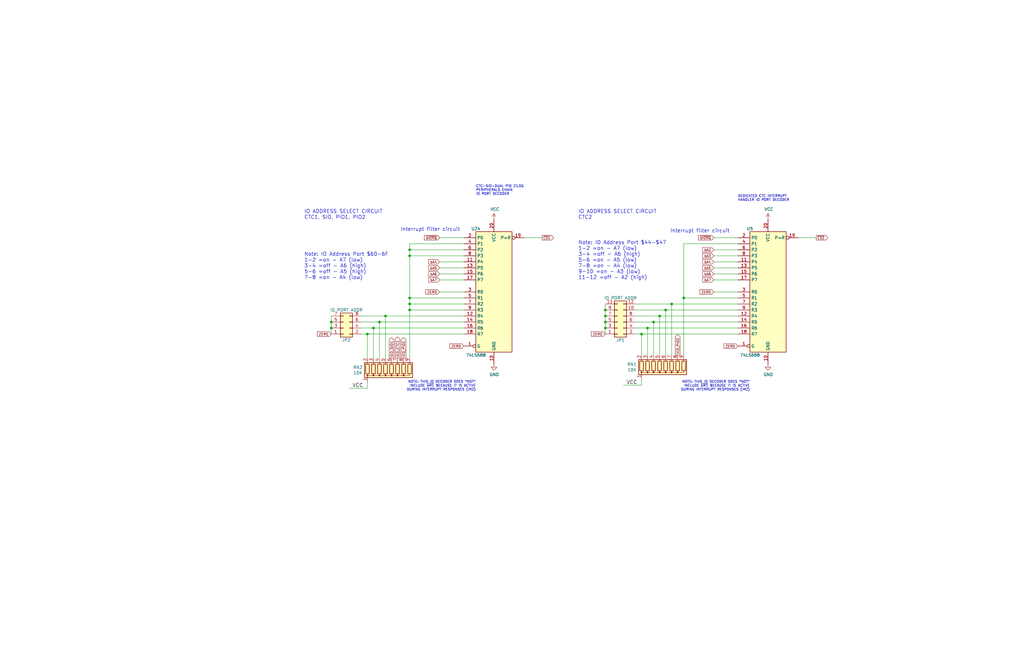
<source format=kicad_sch>
(kicad_sch (version 20211123) (generator eeschema)
  (paper "B")
  (lib_symbols
    (symbol "74xx:74LS688"
      (property "Reference" "U" (at -7.62 26.67 0))
      (property "Value" "74LS688" (at -7.62 -26.67 0))
      (symbol "74LS688_1_0"
        (pin input inverted (at -12.7 -22.86 0) (length 5.08) (name "G") (number "1"))
        (pin power_in line (at 0 -30.48 90) (length 5.08) (name "GND") (number "10"))
        (pin input line (at -12.7 12.7 0) (length 5.08) (name "P4") (number "11"))
        (pin input line (at -12.7 -10.16 0) (length 5.08) (name "R4") (number "12"))
        (pin input line (at -12.7 10.16 0) (length 5.08) (name "P5") (number "13"))
        (pin input line (at -12.7 -12.7 0) (length 5.08) (name "R5") (number "14"))
        (pin input line (at -12.7 7.62 0) (length 5.08) (name "P6") (number "15"))
        (pin input line (at -12.7 -15.24 0) (length 5.08) (name "R6") (number "16"))
        (pin input line (at -12.7 5.08 0) (length 5.08) (name "P7") (number "17"))
        (pin input line (at -12.7 -17.78 0) (length 5.08) (name "R7") (number "18"))
        (pin output inverted (at 12.7 22.86 180) (length 5.08) (name "P=R") (number "19"))
        (pin input line (at -12.7 22.86 0) (length 5.08) (name "P0") (number "2"))
        (pin power_in line (at 0 30.48 270) (length 5.08) (name "VCC") (number "20"))
        (pin input line (at -12.7 0 0) (length 5.08) (name "R0") (number "3"))
        (pin input line (at -12.7 20.32 0) (length 5.08) (name "P1") (number "4"))
        (pin input line (at -12.7 -2.54 0) (length 5.08) (name "R1") (number "5"))
        (pin input line (at -12.7 17.78 0) (length 5.08) (name "P2") (number "6"))
        (pin input line (at -12.7 -5.08 0) (length 5.08) (name "R2") (number "7"))
        (pin input line (at -12.7 15.24 0) (length 5.08) (name "P3") (number "8"))
        (pin input line (at -12.7 -7.62 0) (length 5.08) (name "R3") (number "9"))
      )
      (symbol "74LS688_1_1"
        (rectangle (start -7.62 25.4) (end 7.62 -25.4) (stroke (width 0.254)) (fill (type background)))
      )
    )
    (symbol "Connector_Generic:Conn_02x04_Odd_Even" (pin_names (offset 1.016) hide)
      (property "Reference" "J" (at 1.27 5.08 0))
      (property "Value" "Conn_02x04_Odd_Even" (at 1.27 -7.62 0))
      (symbol "Conn_02x04_Odd_Even_1_1"
        (rectangle (start -1.27 -4.953) (end 0 -5.207) (stroke (width 0.1524)))
        (rectangle (start -1.27 -2.413) (end 0 -2.667) (stroke (width 0.1524)))
        (rectangle (start -1.27 0.127) (end 0 -0.127) (stroke (width 0.1524)))
        (rectangle (start -1.27 2.667) (end 0 2.413) (stroke (width 0.1524)))
        (rectangle (start -1.27 3.81) (end 3.81 -6.35) (stroke (width 0.254)) (fill (type background)))
        (rectangle (start 3.81 -4.953) (end 2.54 -5.207) (stroke (width 0.1524)))
        (rectangle (start 3.81 -2.413) (end 2.54 -2.667) (stroke (width 0.1524)))
        (rectangle (start 3.81 0.127) (end 2.54 -0.127) (stroke (width 0.1524)))
        (rectangle (start 3.81 2.667) (end 2.54 2.413) (stroke (width 0.1524)))
        (pin passive line (at -5.08 2.54 0) (length 3.81) (name "Pin_1") (number "1"))
        (pin passive line (at 7.62 2.54 180) (length 3.81) (name "Pin_2") (number "2"))
        (pin passive line (at -5.08 0 0) (length 3.81) (name "Pin_3") (number "3"))
        (pin passive line (at 7.62 0 180) (length 3.81) (name "Pin_4") (number "4"))
        (pin passive line (at -5.08 -2.54 0) (length 3.81) (name "Pin_5") (number "5"))
        (pin passive line (at 7.62 -2.54 180) (length 3.81) (name "Pin_6") (number "6"))
        (pin passive line (at -5.08 -5.08 0) (length 3.81) (name "Pin_7") (number "7"))
        (pin passive line (at 7.62 -5.08 180) (length 3.81) (name "Pin_8") (number "8"))
      )
    )
    (symbol "Connector_Generic:Conn_02x06_Odd_Even" (pin_names (offset 1.016) hide)
      (property "Reference" "J" (at 1.27 7.62 0))
      (property "Value" "Conn_02x06_Odd_Even" (at 1.27 -10.16 0))
      (symbol "Conn_02x06_Odd_Even_1_1"
        (rectangle (start -1.27 -7.493) (end 0 -7.747) (stroke (width 0.1524)))
        (rectangle (start -1.27 -4.953) (end 0 -5.207) (stroke (width 0.1524)))
        (rectangle (start -1.27 -2.413) (end 0 -2.667) (stroke (width 0.1524)))
        (rectangle (start -1.27 0.127) (end 0 -0.127) (stroke (width 0.1524)))
        (rectangle (start -1.27 2.667) (end 0 2.413) (stroke (width 0.1524)))
        (rectangle (start -1.27 5.207) (end 0 4.953) (stroke (width 0.1524)))
        (rectangle (start -1.27 6.35) (end 3.81 -8.89) (stroke (width 0.254)) (fill (type background)))
        (rectangle (start 3.81 -7.493) (end 2.54 -7.747) (stroke (width 0.1524)))
        (rectangle (start 3.81 -4.953) (end 2.54 -5.207) (stroke (width 0.1524)))
        (rectangle (start 3.81 -2.413) (end 2.54 -2.667) (stroke (width 0.1524)))
        (rectangle (start 3.81 0.127) (end 2.54 -0.127) (stroke (width 0.1524)))
        (rectangle (start 3.81 2.667) (end 2.54 2.413) (stroke (width 0.1524)))
        (rectangle (start 3.81 5.207) (end 2.54 4.953) (stroke (width 0.1524)))
        (pin passive line (at -5.08 5.08 0) (length 3.81) (name "Pin_1") (number "1"))
        (pin passive line (at 7.62 -5.08 180) (length 3.81) (name "Pin_10") (number "10"))
        (pin passive line (at -5.08 -7.62 0) (length 3.81) (name "Pin_11") (number "11"))
        (pin passive line (at 7.62 -7.62 180) (length 3.81) (name "Pin_12") (number "12"))
        (pin passive line (at 7.62 5.08 180) (length 3.81) (name "Pin_2") (number "2"))
        (pin passive line (at -5.08 2.54 0) (length 3.81) (name "Pin_3") (number "3"))
        (pin passive line (at 7.62 2.54 180) (length 3.81) (name "Pin_4") (number "4"))
        (pin passive line (at -5.08 0 0) (length 3.81) (name "Pin_5") (number "5"))
        (pin passive line (at 7.62 0 180) (length 3.81) (name "Pin_6") (number "6"))
        (pin passive line (at -5.08 -2.54 0) (length 3.81) (name "Pin_7") (number "7"))
        (pin passive line (at 7.62 -2.54 180) (length 3.81) (name "Pin_8") (number "8"))
        (pin passive line (at -5.08 -5.08 0) (length 3.81) (name "Pin_9") (number "9"))
      )
    )
    (symbol "Device:R_Network08" (pin_names (offset 0) hide)
      (property "Reference" "RN" (at -12.7 0 90))
      (property "Value" "R_Network08" (at 10.16 0 90))
      (symbol "R_Network08_0_1"
        (rectangle (start -11.43 -3.175) (end 8.89 3.175) (stroke (width 0.254)) (fill (type background)))
        (rectangle (start -10.922 1.524) (end -9.398 -2.54) (stroke (width 0.254)))
        (circle (center -10.16 2.286) (radius 0.254) (fill (type outline)))
        (rectangle (start -8.382 1.524) (end -6.858 -2.54) (stroke (width 0.254)))
        (circle (center -7.62 2.286) (radius 0.254) (fill (type outline)))
        (rectangle (start -5.842 1.524) (end -4.318 -2.54) (stroke (width 0.254)))
        (circle (center -5.08 2.286) (radius 0.254) (fill (type outline)))
        (rectangle (start -3.302 1.524) (end -1.778 -2.54) (stroke (width 0.254)))
        (circle (center -2.54 2.286) (radius 0.254) (fill (type outline)))
        (rectangle (start -0.762 1.524) (end 0.762 -2.54) (stroke (width 0.254)))
        (polyline (pts (xy -10.16 -2.54) (xy -10.16 -3.81)))
        (polyline (pts (xy -7.62 -2.54) (xy -7.62 -3.81)))
        (polyline (pts (xy -5.08 -2.54) (xy -5.08 -3.81)))
        (polyline (pts (xy -2.54 -2.54) (xy -2.54 -3.81)))
        (polyline (pts (xy 0 -2.54) (xy 0 -3.81)))
        (polyline (pts (xy 2.54 -2.54) (xy 2.54 -3.81)))
        (polyline (pts (xy 5.08 -2.54) (xy 5.08 -3.81)))
        (polyline (pts (xy 7.62 -2.54) (xy 7.62 -3.81)))
        (polyline (pts (xy -10.16 1.524) (xy -10.16 2.286) (xy -7.62 2.286) (xy -7.62 1.524)))
        (polyline (pts (xy -7.62 1.524) (xy -7.62 2.286) (xy -5.08 2.286) (xy -5.08 1.524)))
        (polyline (pts (xy -5.08 1.524) (xy -5.08 2.286) (xy -2.54 2.286) (xy -2.54 1.524)))
        (polyline (pts (xy -2.54 1.524) (xy -2.54 2.286) (xy 0 2.286) (xy 0 1.524)))
        (polyline (pts (xy 0 1.524) (xy 0 2.286) (xy 2.54 2.286) (xy 2.54 1.524)))
        (polyline (pts (xy 2.54 1.524) (xy 2.54 2.286) (xy 5.08 2.286) (xy 5.08 1.524)))
        (polyline (pts (xy 5.08 1.524) (xy 5.08 2.286) (xy 7.62 2.286) (xy 7.62 1.524)))
        (circle (center 0 2.286) (radius 0.254) (fill (type outline)))
        (rectangle (start 1.778 1.524) (end 3.302 -2.54) (stroke (width 0.254)))
        (circle (center 2.54 2.286) (radius 0.254) (fill (type outline)))
        (rectangle (start 4.318 1.524) (end 5.842 -2.54) (stroke (width 0.254)))
        (circle (center 5.08 2.286) (radius 0.254) (fill (type outline)))
        (rectangle (start 6.858 1.524) (end 8.382 -2.54) (stroke (width 0.254)))
      )
      (symbol "R_Network08_1_1"
        (pin passive line (at -10.16 5.08 270) (length 2.54) (name "common") (number "1"))
        (pin passive line (at -10.16 -5.08 90) (length 1.27) (name "R1") (number "2"))
        (pin passive line (at -7.62 -5.08 90) (length 1.27) (name "R2") (number "3"))
        (pin passive line (at -5.08 -5.08 90) (length 1.27) (name "R3") (number "4"))
        (pin passive line (at -2.54 -5.08 90) (length 1.27) (name "R4") (number "5"))
        (pin passive line (at 0 -5.08 90) (length 1.27) (name "R5") (number "6"))
        (pin passive line (at 2.54 -5.08 90) (length 1.27) (name "R6") (number "7"))
        (pin passive line (at 5.08 -5.08 90) (length 1.27) (name "R7") (number "8"))
        (pin passive line (at 7.62 -5.08 90) (length 1.27) (name "R8") (number "9"))
      )
    )
    (symbol "power:GND" (power) (pin_names (offset 0))
      (property "Value" "GND" (at 0 -3.81 0))
      (symbol "GND_0_1"
        (polyline (pts (xy 0 0) (xy 0 -1.27) (xy 1.27 -1.27) (xy 0 -2.54) (xy -1.27 -1.27) (xy 0 -1.27)))
      )
      (symbol "GND_1_1"
        (pin power_in line (at 0 0 270) (length 0) hide (name "GND") (number "1"))
      )
    )
    (symbol "power:VCC" (power) (pin_names (offset 0))
      (property "Value" "VCC" (at 0 3.81 0))
      (symbol "VCC_0_1"
        (polyline (pts (xy -0.762 1.27) (xy 0 2.54)))
        (polyline (pts (xy 0 0) (xy 0 2.54)))
        (polyline (pts (xy 0 2.54) (xy 0.762 1.27)))
      )
      (symbol "VCC_1_1"
        (pin power_in line (at 0 0 90) (length 0) hide (name "VCC") (number "1"))
      )
    )
  )
  (junction (at 139.7 138.43))
  (junction (at 160.02 135.89))
  (junction (at 172.72 130.81))
  (junction (at 172.72 107.95))
  (junction (at 172.72 128.27))
  (junction (at 162.56 133.35))
  (junction (at 255.27 135.89))
  (junction (at 273.05 138.43))
  (junction (at 280.67 130.81))
  (junction (at 157.48 138.43))
  (junction (at 139.7 135.89))
  (junction (at 154.94 140.97))
  (junction (at 255.27 130.81))
  (junction (at 172.72 125.73))
  (junction (at 275.59 135.89))
  (junction (at 255.27 133.35))
  (junction (at 172.72 105.41))
  (junction (at 288.29 125.73))
  (junction (at 255.27 138.43))
  (junction (at 270.51 140.97))
  (junction (at 283.21 128.27))
  (junction (at 278.13 133.35))
  (wire (pts (xy 152.4 138.43) (xy 157.48 138.43)))
  (wire (pts (xy 139.7 135.89) (xy 139.7 138.43)))
  (wire (pts (xy 160.02 151.13) (xy 160.02 135.89)))
  (wire (pts (xy 185.42 118.11) (xy 195.58 118.11)))
  (wire (pts (xy 255.27 133.35) (xy 255.27 135.89)))
  (wire (pts (xy 255.27 138.43) (xy 255.27 140.97)))
  (wire (pts (xy 288.29 102.87) (xy 311.15 102.87)))
  (wire (pts (xy 300.99 118.11) (xy 311.15 118.11)))
  (wire (pts (xy 195.58 125.73) (xy 172.72 125.73)))
  (wire (pts (xy 336.55 100.33) (xy 344.17 100.33)))
  (wire (pts (xy 185.42 100.33) (xy 195.58 100.33)))
  (wire (pts (xy 172.72 130.81) (xy 172.72 128.27)))
  (wire (pts (xy 275.59 135.89) (xy 311.15 135.89)))
  (wire (pts (xy 185.42 113.03) (xy 195.58 113.03)))
  (wire (pts (xy 300.99 105.41) (xy 311.15 105.41)))
  (wire (pts (xy 267.97 130.81) (xy 280.67 130.81)))
  (wire (pts (xy 185.42 115.57) (xy 195.58 115.57)))
  (wire (pts (xy 172.72 151.13) (xy 172.72 130.81)))
  (wire (pts (xy 255.27 130.81) (xy 255.27 128.27)))
  (wire (pts (xy 273.05 149.86) (xy 273.05 138.43)))
  (wire (pts (xy 267.97 138.43) (xy 273.05 138.43)))
  (wire (pts (xy 172.72 102.87) (xy 195.58 102.87)))
  (wire (pts (xy 185.42 123.19) (xy 195.58 123.19)))
  (wire (pts (xy 195.58 130.81) (xy 172.72 130.81)))
  (wire (pts (xy 270.51 149.86) (xy 270.51 140.97)))
  (wire (pts (xy 255.27 133.35) (xy 255.27 130.81)))
  (wire (pts (xy 154.94 151.13) (xy 154.94 140.97)))
  (wire (pts (xy 311.15 125.73) (xy 288.29 125.73)))
  (wire (pts (xy 172.72 107.95) (xy 172.72 105.41)))
  (wire (pts (xy 154.94 140.97) (xy 195.58 140.97)))
  (wire (pts (xy 278.13 149.86) (xy 278.13 133.35)))
  (wire (pts (xy 300.99 110.49) (xy 311.15 110.49)))
  (wire (pts (xy 172.72 105.41) (xy 172.72 102.87)))
  (wire (pts (xy 288.29 102.87) (xy 288.29 125.73)))
  (wire (pts (xy 267.97 135.89) (xy 275.59 135.89)))
  (wire (pts (xy 300.99 115.57) (xy 311.15 115.57)))
  (wire (pts (xy 139.7 133.35) (xy 139.7 135.89)))
  (wire (pts (xy 283.21 128.27) (xy 267.97 128.27)))
  (wire (pts (xy 157.48 138.43) (xy 195.58 138.43)))
  (wire (pts (xy 300.99 113.03) (xy 311.15 113.03)))
  (wire (pts (xy 162.56 151.13) (xy 162.56 133.35)))
  (wire (pts (xy 270.51 140.97) (xy 311.15 140.97)))
  (wire (pts (xy 152.4 133.35) (xy 162.56 133.35)))
  (wire (pts (xy 280.67 149.86) (xy 280.67 130.81)))
  (wire (pts (xy 267.97 140.97) (xy 270.51 140.97)))
  (wire (pts (xy 147.32 163.83) (xy 154.94 163.83)))
  (wire (pts (xy 195.58 105.41) (xy 172.72 105.41)))
  (wire (pts (xy 288.29 125.73) (xy 288.29 149.86)))
  (wire (pts (xy 283.21 128.27) (xy 311.15 128.27)))
  (wire (pts (xy 172.72 125.73) (xy 172.72 107.95)))
  (wire (pts (xy 139.7 138.43) (xy 139.7 140.97)))
  (wire (pts (xy 270.51 162.56) (xy 270.51 160.02)))
  (wire (pts (xy 275.59 149.86) (xy 275.59 135.89)))
  (wire (pts (xy 185.42 110.49) (xy 195.58 110.49)))
  (wire (pts (xy 172.72 128.27) (xy 172.72 125.73)))
  (wire (pts (xy 283.21 149.86) (xy 283.21 128.27)))
  (wire (pts (xy 162.56 133.35) (xy 195.58 133.35)))
  (wire (pts (xy 152.4 135.89) (xy 160.02 135.89)))
  (wire (pts (xy 152.4 140.97) (xy 154.94 140.97)))
  (wire (pts (xy 280.67 130.81) (xy 311.15 130.81)))
  (wire (pts (xy 278.13 133.35) (xy 311.15 133.35)))
  (wire (pts (xy 195.58 128.27) (xy 172.72 128.27)))
  (wire (pts (xy 300.99 123.19) (xy 311.15 123.19)))
  (wire (pts (xy 195.58 107.95) (xy 172.72 107.95)))
  (wire (pts (xy 273.05 138.43) (xy 311.15 138.43)))
  (wire (pts (xy 262.89 162.56) (xy 270.51 162.56)))
  (wire (pts (xy 255.27 135.89) (xy 255.27 138.43)))
  (wire (pts (xy 154.94 163.83) (xy 154.94 161.29)))
  (wire (pts (xy 300.99 107.95) (xy 311.15 107.95)))
  (wire (pts (xy 160.02 135.89) (xy 195.58 135.89)))
  (wire (pts (xy 220.98 100.33) (xy 228.6 100.33)))
  (wire (pts (xy 267.97 133.35) (xy 278.13 133.35)))
  (wire (pts (xy 157.48 151.13) (xy 157.48 138.43)))
  (wire (pts (xy 300.99 100.33) (xy 311.15 100.33)))
  (text "IO ADDRESS SELECT CIRCUIT\nCTC1, SIO, PIO1, PIO2" (at 128.27 92.71 0) (effects (font (size 1.524 1.524)) (justify left bottom)))
  (text "Note: IO Address Port $44-$47\n1-2 =on - A7 (low)\n3-4 =off - A6 (high)\n5-6 =on - A5 (low)\n7-8 =on - A4 (low)\n9-10 =on - A3 (low)\n11-12 =off - A2 (high)" (at 243.84 118.11 0) (effects (font (size 1.524 1.524)) (justify left bottom)))
  (text "IO ADDRESS SELECT CIRCUIT\nCTC2" (at 243.84 92.71 0) (effects (font (size 1.524 1.524)) (justify left bottom)))
  (text "DEDICATED CTC INTERRUPT\nHANDLER IO PORT DECODER\n" (at 311.15 85.09 0) (effects (font (size 1.016 1.016)) (justify left bottom)))
  (text "Interrupt filter circuit" (at 282.575 98.425 0) (effects (font (size 1.524 1.524)) (justify left bottom)))
  (text "Interrupt filter circuit" (at 168.91 97.79 0) (effects (font (size 1.524 1.524)) (justify left bottom)))
  (text "Note: IO Address Port $60-6F\n1-2 =on - A7 (low)\n3-4 =off - A6 (high)\n5-6 =off - A5 (high)\n7-8 =on - A4 (low)" (at 128.27 118.11 0) (effects (font (size 1.524 1.524)) (justify left bottom)))
  (text "NOTE: THIS IO DECODER DOES *NOT*\nINCLUDE ~{bM1} BECAUSE IT IS ACTIVE\nDURING INTERRUPT RESPONSES (IM2)" (at 316.23 165.1 180) (effects (font (size 1.016 1.016)) (justify right bottom)))
  (text "NOTE: THIS IO DECODER DOES *NOT*\nINCLUDE ~{bM1} BECAUSE IT IS ACTIVE\nDURING INTERRUPT RESPONSES (IM2)" (at 200.66 165.1 180) (effects (font (size 1.016 1.016)) (justify right bottom)))
  (text "CTC-SIO-DUAL PIO ZILOG\nPERIPHERALS CHAIN\nIO PORT DECODER\n" (at 200.66 82.55 0) (effects (font (size 1.016 1.016)) (justify left bottom)))
  (label "VCC" (at 148.59 163.83 0) (effects (font (size 1.524 1.524))))
  (label "VCC" (at 264.16 162.56 0) (effects (font (size 1.524 1.524))))
  (global_label "ZERO" (shape input) (at 195.58 146.05 180) (effects (font (size 1.016 1.016))) (property "Intersheet References" "${INTERSHEET_REFS}" (effects hide)))
  (global_label "~{CS1}" (shape output) (at 228.6 100.33 0) (effects (font (size 1.016 1.016))) (property "Intersheet References" "${INTERSHEET_REFS}" (effects hide)))
  (global_label "bA2" (shape input) (at 300.99 105.41 180) (effects (font (size 1.016 1.016))) (property "Intersheet References" "${INTERSHEET_REFS}" (effects hide)))
  (global_label "bA7" (shape input) (at 185.42 118.11 180) (effects (font (size 1.016 1.016))) (property "Intersheet References" "${INTERSHEET_REFS}" (effects hide)))
  (global_label "bA6" (shape input) (at 185.42 115.57 180) (effects (font (size 1.016 1.016))) (property "Intersheet References" "${INTERSHEET_REFS}" (effects hide)))
  (global_label "bA5" (shape input) (at 300.99 113.03 180) (effects (font (size 1.016 1.016))) (property "Intersheet References" "${INTERSHEET_REFS}" (effects hide)))
  (global_label "IEO_CTC1" (shape output) (at 167.64 151.13 90) (effects (font (size 1.016 1.016))) (property "Intersheet References" "${INTERSHEET_REFS}" (effects hide)))
  (global_label "bA7" (shape input) (at 300.99 118.11 180) (effects (font (size 1.016 1.016))) (property "Intersheet References" "${INTERSHEET_REFS}" (effects hide)))
  (global_label "bA3" (shape input) (at 300.99 107.95 180) (effects (font (size 1.016 1.016))) (property "Intersheet References" "${INTERSHEET_REFS}" (effects hide)))
  (global_label "IEO_PIO2" (shape output) (at 285.75 149.86 90) (effects (font (size 1.016 1.016))) (property "Intersheet References" "${INTERSHEET_REFS}" (effects hide)))
  (global_label "~{bIORQ}" (shape input) (at 300.99 100.33 180) (effects (font (size 1.016 1.016))) (property "Intersheet References" "${INTERSHEET_REFS}" (effects hide)))
  (global_label "IEO_SIO1" (shape output) (at 165.1 151.13 90) (effects (font (size 1.016 1.016))) (property "Intersheet References" "${INTERSHEET_REFS}" (effects hide)))
  (global_label "IEO_PIO1" (shape output) (at 170.18 151.13 90) (effects (font (size 1.016 1.016))) (property "Intersheet References" "${INTERSHEET_REFS}" (effects hide)))
  (global_label "~{CS2}" (shape output) (at 344.17 100.33 0) (effects (font (size 1.016 1.016))) (property "Intersheet References" "${INTERSHEET_REFS}" (effects hide)))
  (global_label "bA4" (shape input) (at 300.99 110.49 180) (effects (font (size 1.016 1.016))) (property "Intersheet References" "${INTERSHEET_REFS}" (effects hide)))
  (global_label "bA4" (shape input) (at 185.42 110.49 180) (effects (font (size 1.016 1.016))) (property "Intersheet References" "${INTERSHEET_REFS}" (effects hide)))
  (global_label "ZERO" (shape input) (at 311.15 146.05 180) (effects (font (size 1.016 1.016))) (property "Intersheet References" "${INTERSHEET_REFS}" (effects hide)))
  (global_label "ZERO" (shape input) (at 300.99 123.19 180) (effects (font (size 1.016 1.016))) (property "Intersheet References" "${INTERSHEET_REFS}" (effects hide)))
  (global_label "bA5" (shape input) (at 185.42 113.03 180) (effects (font (size 1.016 1.016))) (property "Intersheet References" "${INTERSHEET_REFS}" (effects hide)))
  (global_label "ZERO" (shape input) (at 185.42 123.19 180) (effects (font (size 1.016 1.016))) (property "Intersheet References" "${INTERSHEET_REFS}" (effects hide)))
  (global_label "~{bIORQ}" (shape input) (at 185.42 100.33 180) (effects (font (size 1.016 1.016))) (property "Intersheet References" "${INTERSHEET_REFS}" (effects hide)))
  (global_label "bA6" (shape input) (at 300.99 115.57 180) (effects (font (size 1.016 1.016))) (property "Intersheet References" "${INTERSHEET_REFS}" (effects hide)))
  (global_label "ZERO" (shape input) (at 255.27 140.97 180) (effects (font (size 1.016 1.016))) (property "Intersheet References" "${INTERSHEET_REFS}" (effects hide)))
  (global_label "ZERO" (shape input) (at 139.7 140.97 180) (effects (font (size 1.016 1.016))) (property "Intersheet References" "${INTERSHEET_REFS}" (effects hide)))
  (symbol (lib_id "Connector_Generic:Conn_02x06_Odd_Even") (at 260.35 135.89 0) (mirror x) (unit 1)
    (property "Reference" "JP1" (at 261.62 143.51 0))
    (property "Value" "IO PORT ADDR" (at 261.62 125.73 0))
    (property "Footprint" "Connector_PinHeader_2.54mm:PinHeader_2x06_P2.54mm_Vertical" (effects hide))
  )
  (symbol (lib_id "74xx:74LS688") (at 323.85 123.19 0) (unit 1)
    (property "Reference" "U5" (at 316.23 96.52 0))
    (property "Value" "74LS688" (at 316.23 149.86 0))
    (property "Footprint" "Package_DIP:DIP-20_W7.62mm" (effects hide))
    (property "Datasheet" "http://www.ti.com/lit/gpn/sn74LS688" (effects hide))
  )
  (symbol (lib_id "power:VCC") (at 323.85 92.71 0) (unit 1)
    (property "Reference" "#PWR01" (effects hide))
    (property "Value" "VCC" (at 324.231 88.3158 0))
  )
  (symbol (lib_id "power:GND") (at 323.85 153.67 0) (unit 1)
    (property "Reference" "#PWR03" (effects hide))
    (property "Value" "GND" (at 323.977 158.0642 0))
  )
  (symbol (lib_id "Device:R_Network08") (at 280.67 154.94 0) (mirror x) (unit 1)
    (property "Reference" "RN1" (at 268.478 153.7716 0) (effects (justify right)))
    (property "Value" "10K" (at 268.478 156.083 0) (effects (justify right)))
    (property "Footprint" "Resistor_THT:R_Array_SIP9" (effects hide))
    (property "Datasheet" "http://www.vishay.com/docs/31509/csc.pdf" (effects hide))
  )
  (symbol (lib_id "Connector_Generic:Conn_02x04_Odd_Even") (at 144.78 138.43 0) (mirror x) (unit 1)
    (property "Reference" "JP2" (at 146.05 143.51 0))
    (property "Value" "IO PORT ADDR" (at 146.05 130.81 0))
    (property "Footprint" "Connector_PinHeader_2.54mm:PinHeader_2x04_P2.54mm_Vertical" (effects hide))
  )
  (symbol (lib_id "74xx:74LS688") (at 208.28 123.19 0) (unit 1)
    (property "Reference" "U24" (at 200.66 96.52 0))
    (property "Value" "74LS688" (at 200.66 149.86 0))
    (property "Footprint" "Package_DIP:DIP-20_W7.62mm" (effects hide))
    (property "Datasheet" "http://www.ti.com/lit/gpn/sn74LS688" (effects hide))
  )
  (symbol (lib_id "power:VCC") (at 208.28 92.71 0) (unit 1)
    (property "Reference" "#PWR09" (effects hide))
    (property "Value" "VCC" (at 208.661 88.3158 0))
  )
  (symbol (lib_id "power:GND") (at 208.28 153.67 0) (unit 1)
    (property "Reference" "#PWR013" (effects hide))
    (property "Value" "GND" (at 208.407 158.0642 0))
  )
  (symbol (lib_id "Device:R_Network08") (at 165.1 156.21 0) (mirror x) (unit 1)
    (property "Reference" "RN2" (at 152.908 155.0416 0) (effects (justify right)))
    (property "Value" "10K" (at 152.908 157.353 0) (effects (justify right)))
    (property "Footprint" "Resistor_THT:R_Array_SIP9" (effects hide))
    (property "Datasheet" "http://www.vishay.com/docs/31509/csc.pdf" (effects hide))
  )
)
</source>
